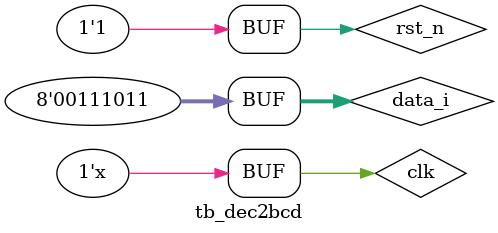
<source format=v>
`timescale 1ns / 1ps

module tb_dec2bcd();
	reg			clk		;
	reg			rst_n	;
	reg [7:0]	data_i	;
	
	wire [3:0]	unit	;
	wire [3:0]	ten		;
	initial begin
		clk = 1'b1;
		rst_n <= 1'b0;
		data_i <= 8'b0011_1011; //59
	#30 
		rst_n <= 1'b1;
	end
	
	always #10 clk = ~clk;
	
	dec2bcd dec2bcd_inst(
		.clk		(clk	),
		.rst_n		(rst_n	),
		.dec_in		(data_i	),  

		.unit		(unit	),
		.ten		(ten	)	
    );
endmodule

</source>
